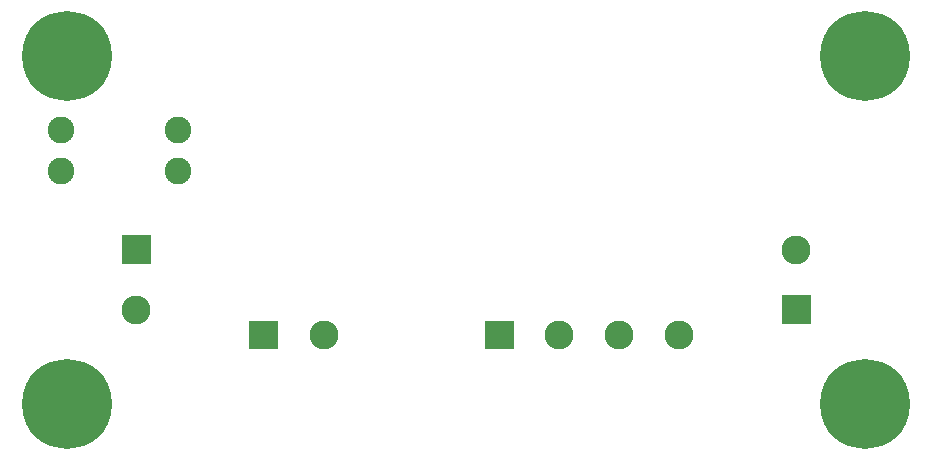
<source format=gbr>
G04 start of page 7 for group -4062 idx -4062 *
G04 Title: (unknown), soldermask *
G04 Creator: pcb 20140316 *
G04 CreationDate: Tue 07 May 2019 04:42:48 PM GMT UTC *
G04 For: ndholmes *
G04 Format: Gerber/RS-274X *
G04 PCB-Dimensions (mil): 3000.00 1500.00 *
G04 PCB-Coordinate-Origin: lower left *
%MOIN*%
%FSLAX25Y25*%
%LNBOTTOMMASK*%
%ADD62C,0.0890*%
%ADD61C,0.0960*%
%ADD60C,0.0001*%
%ADD59C,0.2997*%
G54D59*X17000Y17000D03*
G54D60*G36*
X156200Y44800D02*Y35200D01*
X165800D01*
Y44800D01*
X156200D01*
G37*
G36*
X77700D02*Y35200D01*
X87300D01*
Y44800D01*
X77700D01*
G37*
G54D61*X102500Y40000D03*
G54D60*G36*
X35200Y73300D02*Y63700D01*
X44800D01*
Y73300D01*
X35200D01*
G37*
G54D61*X40000Y48500D03*
G54D59*X283000Y133000D03*
Y17000D03*
G54D60*G36*
X255200Y53300D02*Y43700D01*
X264800D01*
Y53300D01*
X255200D01*
G37*
G54D61*X260000Y68500D03*
X181000Y40000D03*
X201000D03*
X221000D03*
G54D59*X17000Y133000D03*
G54D62*X15000Y108200D03*
Y94800D03*
X54000Y108200D03*
Y94800D03*
M02*

</source>
